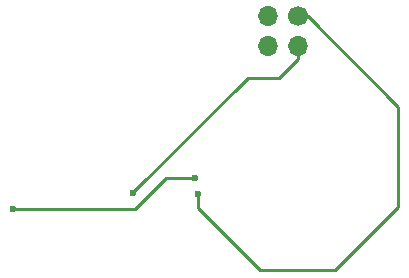
<source format=gbr>
G04 #@! TF.FileFunction,Copper,L2,Bot,Signal*
%FSLAX46Y46*%
G04 Gerber Fmt 4.6, Leading zero omitted, Abs format (unit mm)*
G04 Created by KiCad (PCBNEW 4.0.7) date Sunday, July 22, 2018 'PMt' 03:07:14 PM*
%MOMM*%
%LPD*%
G01*
G04 APERTURE LIST*
%ADD10C,0.100000*%
%ADD11C,1.700000*%
%ADD12O,1.700000X1.700000*%
%ADD13C,0.600000*%
%ADD14C,0.250000*%
G04 APERTURE END LIST*
D10*
D11*
X208864200Y-73441560D03*
D12*
X208864200Y-75981560D03*
X206324200Y-73441560D03*
X206324200Y-75981560D03*
D13*
X200162160Y-87116920D03*
X184795160Y-89743280D03*
X194965320Y-88402160D03*
X200446640Y-88468200D03*
D14*
X197759320Y-87116920D02*
X200162160Y-87116920D01*
X195132960Y-89743280D02*
X197759320Y-87116920D01*
X184795160Y-89743280D02*
X195132960Y-89743280D01*
X194965320Y-88346280D02*
X194965320Y-88402160D01*
X204688440Y-78623160D02*
X194965320Y-88346280D01*
X207314800Y-78623160D02*
X204688440Y-78623160D01*
X208864200Y-77073760D02*
X207314800Y-78623160D01*
X208864200Y-75981560D02*
X208864200Y-77073760D01*
X208864200Y-73441560D02*
X209727800Y-73441560D01*
X200446640Y-89651840D02*
X200446640Y-88468200D01*
X205704440Y-94909640D02*
X200446640Y-89651840D01*
X212074760Y-94909640D02*
X205704440Y-94909640D01*
X217373200Y-89611200D02*
X212074760Y-94909640D01*
X217373200Y-81086960D02*
X217373200Y-89611200D01*
X209727800Y-73441560D02*
X217373200Y-81086960D01*
X209031840Y-73466960D02*
X209031840Y-73497440D01*
M02*

</source>
